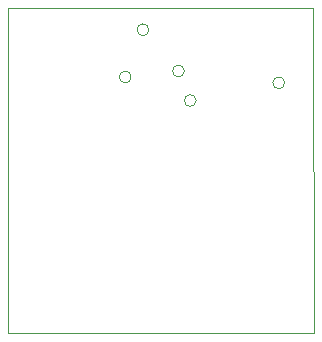
<source format=gm1>
%TF.GenerationSoftware,KiCad,Pcbnew,7.0.1*%
%TF.CreationDate,2023-04-19T16:41:29+02:00*%
%TF.ProjectId,MPU,4d50552e-6b69-4636-9164-5f7063625858,version_01*%
%TF.SameCoordinates,Original*%
%TF.FileFunction,Profile,NP*%
%FSLAX46Y46*%
G04 Gerber Fmt 4.6, Leading zero omitted, Abs format (unit mm)*
G04 Created by KiCad (PCBNEW 7.0.1) date 2023-04-19 16:41:29*
%MOMM*%
%LPD*%
G01*
G04 APERTURE LIST*
%TA.AperFunction,Profile*%
%ADD10C,0.100000*%
%TD*%
G04 APERTURE END LIST*
D10*
X96900000Y-47200000D02*
X97000000Y-74700000D01*
X87000000Y-55000000D02*
G75*
G03*
X87000000Y-55000000I-500000J0D01*
G01*
X81500000Y-53000000D02*
G75*
G03*
X81500000Y-53000000I-500000J0D01*
G01*
X97000000Y-74700000D02*
X71100000Y-74700000D01*
X83000000Y-49000000D02*
G75*
G03*
X83000000Y-49000000I-500000J0D01*
G01*
X94500000Y-53500000D02*
G75*
G03*
X94500000Y-53500000I-500000J0D01*
G01*
X71100000Y-74700000D02*
X71100000Y-47200000D01*
X86000000Y-52500000D02*
G75*
G03*
X86000000Y-52500000I-500000J0D01*
G01*
X71100000Y-47200000D02*
X96900000Y-47200000D01*
M02*

</source>
